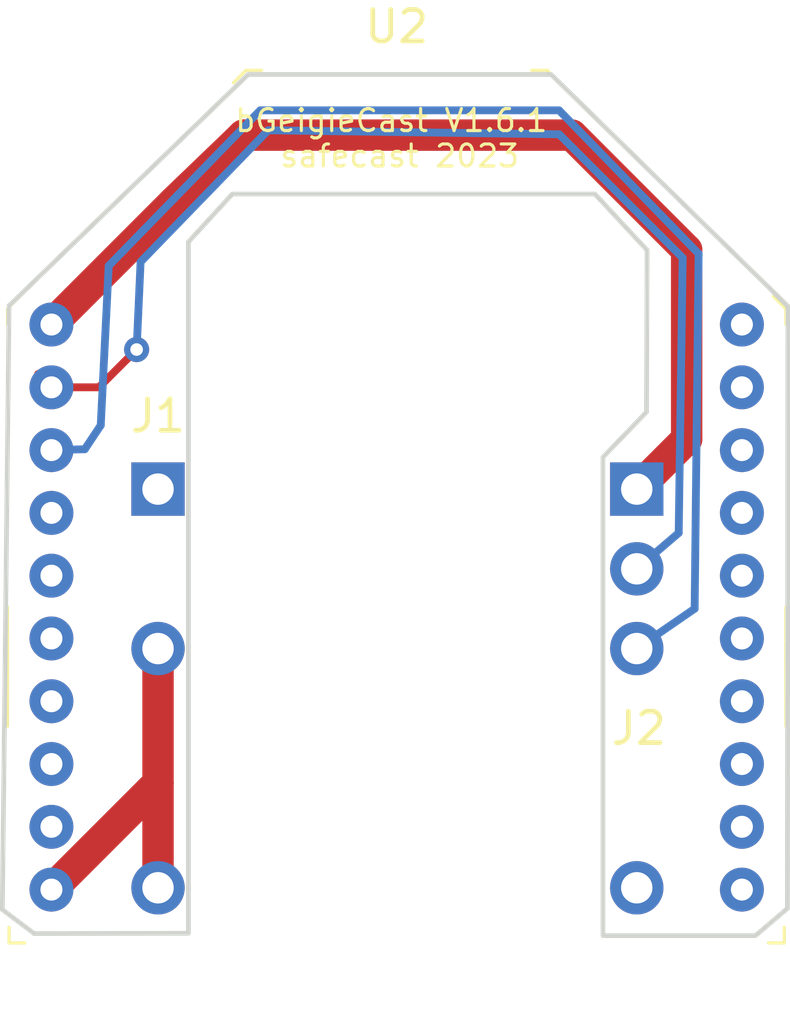
<source format=kicad_pcb>
(kicad_pcb (version 20230730) (generator pcbnew)
  (title_block (title "bGeigieCats StampS3 V1.6.1") (date "2023-08-16"))
  (layers (0 "F.Cu" signal "Top") (31 "B.Cu" signal "Bottom") (34 "B.Paste" user) (35 "F.Paste" user) (36 "B.SilkS" user "B.Silkscreen") (37 "F.SilkS" user "F.Silkscreen") (38 "B.Mask" user) (39 "F.Mask" user) (44 "Edge.Cuts" user))
  (net 0 "")
  (net 18 "GND")
  (net 19 "Net-(J2-Pin_7)")
  (net 20 "Net-(J2-Pin_8)")
  (net 21 "Net-(J2-Pin_9)")
  (footprint "digikey-footprints:XBEE-20_THT" (layer "F.Cu") (at 148.4 108.35)
    (property "Reference" "U2" (at 0 -18.49 0) (layer "F.SilkS"))
    (property "Value" "XBEE-socket")
    (fp_line (start -12.4 -9.5) (end -12.4 -9) (stroke (width 0.1)) (layer "F.SilkS"))
    (fp_line (start -12.4 -9.5) (end -12 -9.9) (stroke (width 0.1)) (layer "F.SilkS"))
    (fp_line (start -12.4 0) (end -12.4 3.8) (stroke (width 0.1)) (layer "F.SilkS"))
    (fp_line (start -12.35 10.7) (end -12.35 10.2) (stroke (width 0.1)) (layer "F.SilkS"))
    (fp_line (start -12.35 10.7) (end -11.85 10.7) (stroke (width 0.1)) (layer "F.SilkS"))
    (fp_line (start -4.8 -17.1) (end -5.2 -16.7) (stroke (width 0.1)) (layer "F.SilkS"))
    (fp_line (start -4.8 -17.1) (end -4.3 -17.1) (stroke (width 0.1)) (layer "F.SilkS"))
    (fp_line (start 4.8 -17.1) (end 4.3 -17.1) (stroke (width 0.1)) (layer "F.SilkS"))
    (fp_line (start 4.8 -17.1) (end 5.2 -16.7) (stroke (width 0.1)) (layer "F.SilkS"))
    (fp_line (start 12.35 10.7) (end 11.85 10.7) (stroke (width 0.1)) (layer "F.SilkS"))
    (fp_line (start 12.35 10.7) (end 12.35 10.2) (stroke (width 0.1)) (layer "F.SilkS"))
    (fp_line (start 12.4 -9.5) (end 12 -9.9) (stroke (width 0.1)) (layer "F.SilkS"))
    (fp_line (start 12.4 -9.5) (end 12.4 -9) (stroke (width 0.1)) (layer "F.SilkS"))
    (fp_line (start 12.4 0) (end 12.4 3.8) (stroke (width 0.1)) (layer "F.SilkS"))
    (pad "1" thru_hole circle (at -11 -9) (size 1.4 1.4) (drill 0.7) (layers "*.Cu" "*.Mask") (net 19 "Net-(J2-Pin_7)"))
    (pad "2" thru_hole circle (at -11 -7) (size 1.4 1.4) (drill 0.7) (layers "*.Cu" "*.Mask") (net 20 "Net-(J2-Pin_8)"))
    (pad "3" thru_hole circle (at -11 -5) (size 1.4 1.4) (drill 0.7) (layers "*.Cu" "*.Mask") (net 21 "Net-(J2-Pin_9)"))
    (pad "4" thru_hole circle (at -11 -3) (size 1.4 1.4) (drill 0.7) (layers "*.Cu" "*.Mask"))
    (pad "5" thru_hole circle (at -11 -1) (size 1.4 1.4) (drill 0.7) (layers "*.Cu" "*.Mask"))
    (pad "6" thru_hole circle (at -11 1) (size 1.4 1.4) (drill 0.7) (layers "*.Cu" "*.Mask"))
    (pad "7" thru_hole circle (at -11 3) (size 1.4 1.4) (drill 0.7) (layers "*.Cu" "*.Mask"))
    (pad "8" thru_hole circle (at -11 5) (size 1.4 1.4) (drill 0.7) (layers "*.Cu" "*.Mask"))
    (pad "9" thru_hole circle (at -11 7) (size 1.4 1.4) (drill 0.7) (layers "*.Cu" "*.Mask"))
    (pad "10" thru_hole circle (at -11 9) (size 1.4 1.4) (drill 0.7) (layers "*.Cu" "*.Mask") (net 18 "GND"))
    (pad "11" thru_hole circle (at 11 9) (size 1.4 1.4) (drill 0.7) (layers "*.Cu" "*.Mask"))
    (pad "12" thru_hole circle (at 11 7) (size 1.4 1.4) (drill 0.7) (layers "*.Cu" "*.Mask"))
    (pad "13" thru_hole circle (at 11 5) (size 1.4 1.4) (drill 0.7) (layers "*.Cu" "*.Mask"))
    (pad "14" thru_hole circle (at 11 3) (size 1.4 1.4) (drill 0.7) (layers "*.Cu" "*.Mask"))
    (pad "15" thru_hole circle (at 11 1) (size 1.4 1.4) (drill 0.7) (layers "*.Cu" "*.Mask"))
    (pad "16" thru_hole circle (at 11 -1) (size 1.4 1.4) (drill 0.7) (layers "*.Cu" "*.Mask"))
    (pad "17" thru_hole circle (at 11 -3) (size 1.4 1.4) (drill 0.7) (layers "*.Cu" "*.Mask"))
    (pad "18" thru_hole circle (at 11 -5) (size 1.4 1.4) (drill 0.7) (layers "*.Cu" "*.Mask"))
    (pad "19" thru_hole circle (at 11 -7) (size 1.4 1.4) (drill 0.7) (layers "*.Cu" "*.Mask"))
    (pad "20" thru_hole circle (at 11 -9) (size 1.4 1.4) (drill 0.7) (layers "*.Cu" "*.Mask"))
  )
  (footprint "Connector_PinHeader_2.54mm:PinHeader_1x06_P2.54mm_Vertical" (layer "F.Cu") (at 140.796 104.592)
    (property "Reference" "J1" (at 0 -2.33 0) (layer "F.SilkS"))
    (property "Value" "Left")
    (pad "1" thru_hole rect (at 0 0) (size 1.7 1.7) (drill 1) (layers "*.Cu" "*.Mask"))
    (pad "3" thru_hole oval (at 0 5.08) (size 1.7 1.7) (drill 1) (layers "*.Cu" "*.Mask") (net 18 "GND"))
    (pad "6" thru_hole oval (at 0 12.7) (size 1.7 1.7) (drill 1) (layers "*.Cu" "*.Mask") (net 18 "GND"))
  )
  (footprint "Connector_PinHeader_2.54mm:PinHeader_1x06_P2.54mm_Vertical" (layer "F.Cu") (at 156.05 104.592)
    (property "Reference" "J2" (at 0.066 7.62 0) (layer "F.SilkS"))
    (property "Value" "Right")
    (pad "1" thru_hole rect (at 0 0) (size 1.7 1.7) (drill 1) (layers "*.Cu" "*.Mask") (net 19 "Net-(J2-Pin_7)"))
    (pad "2" thru_hole oval (at 0 2.54) (size 1.7 1.7) (drill 1) (layers "*.Cu" "*.Mask") (net 20 "Net-(J2-Pin_8)"))
    (pad "3" thru_hole oval (at 0 5.08) (size 1.7 1.7) (drill 1) (layers "*.Cu" "*.Mask") (net 21 "Net-(J2-Pin_9)"))
    (pad "6" thru_hole oval (at 0 12.7) (size 1.7 1.7) (drill 1) (layers "*.Cu" "*.Mask"))
  )
  (gr_line (start 135.83604 117.988) (end 136.85 118.75) (stroke (width 0.15)) (layer "Edge.Cuts"))
  (gr_line (start 136.05 98.75) (end 135.83604 117.988) (stroke (width 0.15)) (layer "Edge.Cuts"))
  (gr_line (start 141.765 118.741) (end 136.85 118.75) (stroke (width 0.15)) (layer "Edge.Cuts"))
  (gr_line (start 159.832 118.816) (end 154.973 118.816) (stroke (width 0.15)) (layer "Edge.Cuts"))
  (gr_line (start 160.85 117.95) (end 160.866 98.766) (stroke (width 0.15)) (layer "Edge.Cuts"))
  (gr_line (start 143.67 91.384) (end 136.05 98.75) (stroke (width 0.15)) (layer "Edge.Cuts"))
  (gr_line (start 160.85 117.95) (end 159.832 118.816) (stroke (width 0.15)) (layer "Edge.Cuts"))
  (gr_line (start 141.765 96.718) (end 141.765 118.741) (stroke (width 0.15)) (layer "Edge.Cuts"))
  (gr_line (start 156.360127 102.1385) (end 154.973 103.576) (stroke (width 0.15)) (layer "Edge.Cuts"))
  (gr_line (start 154.719 95.194) (end 156.37 96.972) (stroke (width 0.15)) (layer "Edge.Cuts"))
  (gr_line (start 154.973 103.576) (end 154.973 118.816) (stroke (width 0.15)) (layer "Edge.Cuts"))
  (gr_line (start 153.322 91.384) (end 143.67 91.384) (stroke (width 0.15)) (layer "Edge.Cuts"))
  (gr_line (start 143.162 95.194) (end 141.765 96.718) (stroke (width 0.15)) (layer "Edge.Cuts"))
  (gr_line (start 154.719 95.194) (end 143.162 95.194) (stroke (width 0.15)) (layer "Edge.Cuts"))
  (gr_line (start 156.379872 96.972) (end 156.360127 102.1385) (stroke (width 0.15)) (layer "Edge.Cuts"))
  (gr_line (start 153.322 91.384) (end 160.866 98.766) (stroke (width 0.15)) (layer "Edge.Cuts"))
  (gr_text "bGeigieCast V1.6.1 \nsafecast 2023" (at 148.496 93.416 0) (layer "F.SilkS") (effects (font (size 0.7 0.7) (thickness 0.1))))
  (segment (start 140.796 113.954) (end 140.796 109.672) (width 1) (layer "F.Cu") (net 18))
  (segment (start 137.4 117.35) (end 140.796 113.954) (width 1) (layer "F.Cu") (net 18))
  (segment (start 140.796 113.954) (end 140.796 117.292) (width 1) (layer "F.Cu") (net 18))
  (segment (start 153.984557 93.316557) (end 143.515443 93.316557) (width 1) (layer "F.Cu") (net 19))
  (segment (start 143.515443 93.316557) (end 143.416 93.416) (width 1) (layer "F.Cu") (net 19))
  (segment (start 157.64 96.972) (end 153.984557 93.316557) (width 1) (layer "F.Cu") (net 19))
  (segment (start 157.64 103.002) (end 157.64 96.972) (width 1) (layer "F.Cu") (net 19))
  (segment (start 156.05 104.592) (end 157.64 103.002) (width 1) (layer "F.Cu") (net 19))
  (segment (start 143.416 93.416) (end 141.302 95.448) (width 1) (layer "F.Cu") (net 19))
  (segment (start 141.302 95.448) (end 137.4 99.35) (width 1) (layer "F.Cu") (net 19))
  (segment (start 137.4 101.35) (end 138.911 101.35) (width 0.25) (layer "F.Cu") (net 20))
  (segment (start 137.4 101.35) (end 136.975431 100.925431) (width 0.25) (layer "F.Cu") (net 20))
  (segment (start 138.911 101.35) (end 140.114 100.147) (width 0.25) (layer "F.Cu") (net 20))
  (via (at 140.114 100.147) (size 0.8) (drill 0.4) (layers "F.Cu" "B.Cu") (net 20))
  (segment (start 144.305 93.162) (end 153.576 93.289) (width 0.25) (layer "B.Cu") (net 20))
  (segment (start 140.114 100.147) (end 140.241 97.353) (width 0.25) (layer "B.Cu") (net 20))
  (segment (start 140.241 97.353) (end 144.305 93.162) (width 0.25) (layer "B.Cu") (net 20))
  (segment (start 157.513 97.226) (end 157.386 105.989) (width 0.25) (layer "B.Cu") (net 20))
  (segment (start 157.386 105.989) (end 156.05 107.132) (width 0.25) (layer "B.Cu") (net 20))
  (segment (start 153.576 93.289) (end 157.513 97.226) (width 0.25) (layer "B.Cu") (net 20))
  (segment (start 144.051 92.527) (end 153.576 92.527) (width 0.25) (layer "B.Cu") (net 21))
  (segment (start 139.225 97.48) (end 144.051 92.527) (width 0.25) (layer "B.Cu") (net 21))
  (segment (start 138.971 102.56) (end 139.225 97.48) (width 0.25) (layer "B.Cu") (net 21))
  (segment (start 138.463 103.322) (end 138.971 102.56) (width 0.25) (layer "B.Cu") (net 21))
  (segment (start 157.894 108.402) (end 156.05 109.672) (width 0.25) (layer "B.Cu") (net 21))
  (segment (start 137.4 103.35) (end 138.463 103.322) (width 0.25) (layer "B.Cu") (net 21))
  (segment (start 158.021 97.093634) (end 157.894 108.402) (width 0.25) (layer "B.Cu") (net 21))
  (segment (start 137.428 103.322) (end 137.4 103.35) (width 1) (layer "B.Cu") (net 21))
  (segment (start 153.576 92.527) (end 158.021 97.093634) (width 0.25) (layer "B.Cu") (net 21))
)
</source>
